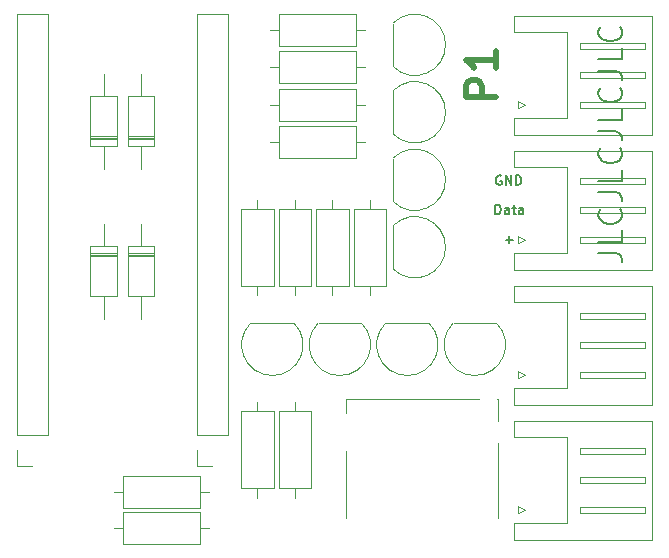
<source format=gbr>
%TF.GenerationSoftware,KiCad,Pcbnew,5.1.7*%
%TF.CreationDate,2020-10-23T00:09:38-07:00*%
%TF.ProjectId,n64_basic,6e36345f-6261-4736-9963-2e6b69636164,rev?*%
%TF.SameCoordinates,Original*%
%TF.FileFunction,Legend,Top*%
%TF.FilePolarity,Positive*%
%FSLAX46Y46*%
G04 Gerber Fmt 4.6, Leading zero omitted, Abs format (unit mm)*
G04 Created by KiCad (PCBNEW 5.1.7) date 2020-10-23 00:09:38*
%MOMM*%
%LPD*%
G01*
G04 APERTURE LIST*
%ADD10C,0.200000*%
%ADD11C,0.152400*%
%ADD12C,0.508000*%
%ADD13C,0.120000*%
G04 APERTURE END LIST*
D10*
X139366761Y-98901809D02*
X140795333Y-98901809D01*
X141081047Y-98997047D01*
X141271523Y-99187523D01*
X141366761Y-99473238D01*
X141366761Y-99663714D01*
X141366761Y-96997047D02*
X141366761Y-97949428D01*
X139366761Y-97949428D01*
X141176285Y-95187523D02*
X141271523Y-95282761D01*
X141366761Y-95568476D01*
X141366761Y-95758952D01*
X141271523Y-96044666D01*
X141081047Y-96235142D01*
X140890571Y-96330380D01*
X140509619Y-96425619D01*
X140223904Y-96425619D01*
X139842952Y-96330380D01*
X139652476Y-96235142D01*
X139462000Y-96044666D01*
X139366761Y-95758952D01*
X139366761Y-95568476D01*
X139462000Y-95282761D01*
X139557238Y-95187523D01*
X139366761Y-93758952D02*
X140795333Y-93758952D01*
X141081047Y-93854190D01*
X141271523Y-94044666D01*
X141366761Y-94330380D01*
X141366761Y-94520857D01*
X141366761Y-91854190D02*
X141366761Y-92806571D01*
X139366761Y-92806571D01*
X141176285Y-90044666D02*
X141271523Y-90139904D01*
X141366761Y-90425619D01*
X141366761Y-90616095D01*
X141271523Y-90901809D01*
X141081047Y-91092285D01*
X140890571Y-91187523D01*
X140509619Y-91282761D01*
X140223904Y-91282761D01*
X139842952Y-91187523D01*
X139652476Y-91092285D01*
X139462000Y-90901809D01*
X139366761Y-90616095D01*
X139366761Y-90425619D01*
X139462000Y-90139904D01*
X139557238Y-90044666D01*
X139366761Y-88616095D02*
X140795333Y-88616095D01*
X141081047Y-88711333D01*
X141271523Y-88901809D01*
X141366761Y-89187523D01*
X141366761Y-89378000D01*
X141366761Y-86711333D02*
X141366761Y-87663714D01*
X139366761Y-87663714D01*
X141176285Y-84901809D02*
X141271523Y-84997047D01*
X141366761Y-85282761D01*
X141366761Y-85473238D01*
X141271523Y-85758952D01*
X141081047Y-85949428D01*
X140890571Y-86044666D01*
X140509619Y-86139904D01*
X140223904Y-86139904D01*
X139842952Y-86044666D01*
X139652476Y-85949428D01*
X139462000Y-85758952D01*
X139366761Y-85473238D01*
X139366761Y-85282761D01*
X139462000Y-84997047D01*
X139557238Y-84901809D01*
X139366761Y-83473238D02*
X140795333Y-83473238D01*
X141081047Y-83568476D01*
X141271523Y-83758952D01*
X141366761Y-84044666D01*
X141366761Y-84235142D01*
X141366761Y-81568476D02*
X141366761Y-82520857D01*
X139366761Y-82520857D01*
X141176285Y-79758952D02*
X141271523Y-79854190D01*
X141366761Y-80139904D01*
X141366761Y-80330380D01*
X141271523Y-80616095D01*
X141081047Y-80806571D01*
X140890571Y-80901809D01*
X140509619Y-80997047D01*
X140223904Y-80997047D01*
X139842952Y-80901809D01*
X139652476Y-80806571D01*
X139462000Y-80616095D01*
X139366761Y-80330380D01*
X139366761Y-80139904D01*
X139462000Y-79854190D01*
X139557238Y-79758952D01*
D11*
X131516361Y-97784557D02*
X132135638Y-97784557D01*
X131826000Y-98094195D02*
X131826000Y-97474919D01*
X130645504Y-95617695D02*
X130645504Y-94804895D01*
X130839028Y-94804895D01*
X130955142Y-94843600D01*
X131032552Y-94921009D01*
X131071257Y-94998419D01*
X131109961Y-95153238D01*
X131109961Y-95269352D01*
X131071257Y-95424171D01*
X131032552Y-95501580D01*
X130955142Y-95578990D01*
X130839028Y-95617695D01*
X130645504Y-95617695D01*
X131806647Y-95617695D02*
X131806647Y-95191942D01*
X131767942Y-95114533D01*
X131690533Y-95075828D01*
X131535714Y-95075828D01*
X131458304Y-95114533D01*
X131806647Y-95578990D02*
X131729238Y-95617695D01*
X131535714Y-95617695D01*
X131458304Y-95578990D01*
X131419600Y-95501580D01*
X131419600Y-95424171D01*
X131458304Y-95346761D01*
X131535714Y-95308057D01*
X131729238Y-95308057D01*
X131806647Y-95269352D01*
X132077580Y-95075828D02*
X132387219Y-95075828D01*
X132193695Y-94804895D02*
X132193695Y-95501580D01*
X132232400Y-95578990D01*
X132309809Y-95617695D01*
X132387219Y-95617695D01*
X133006495Y-95617695D02*
X133006495Y-95191942D01*
X132967790Y-95114533D01*
X132890380Y-95075828D01*
X132735561Y-95075828D01*
X132658152Y-95114533D01*
X133006495Y-95578990D02*
X132929085Y-95617695D01*
X132735561Y-95617695D01*
X132658152Y-95578990D01*
X132619447Y-95501580D01*
X132619447Y-95424171D01*
X132658152Y-95346761D01*
X132735561Y-95308057D01*
X132929085Y-95308057D01*
X133006495Y-95269352D01*
X131143223Y-92367100D02*
X131065814Y-92328395D01*
X130949700Y-92328395D01*
X130833585Y-92367100D01*
X130756176Y-92444509D01*
X130717471Y-92521919D01*
X130678766Y-92676738D01*
X130678766Y-92792852D01*
X130717471Y-92947671D01*
X130756176Y-93025080D01*
X130833585Y-93102490D01*
X130949700Y-93141195D01*
X131027109Y-93141195D01*
X131143223Y-93102490D01*
X131181928Y-93063785D01*
X131181928Y-92792852D01*
X131027109Y-92792852D01*
X131530271Y-93141195D02*
X131530271Y-92328395D01*
X131994728Y-93141195D01*
X131994728Y-92328395D01*
X132381776Y-93141195D02*
X132381776Y-92328395D01*
X132575300Y-92328395D01*
X132691414Y-92367100D01*
X132768823Y-92444509D01*
X132807528Y-92521919D01*
X132846233Y-92676738D01*
X132846233Y-92792852D01*
X132807528Y-92947671D01*
X132768823Y-93025080D01*
X132691414Y-93102490D01*
X132575300Y-93141195D01*
X132381776Y-93141195D01*
D12*
X130689047Y-85694761D02*
X128149047Y-85694761D01*
X128149047Y-84727142D01*
X128270000Y-84485238D01*
X128390952Y-84364285D01*
X128632857Y-84243333D01*
X128995714Y-84243333D01*
X129237619Y-84364285D01*
X129358571Y-84485238D01*
X129479523Y-84727142D01*
X129479523Y-85694761D01*
X130689047Y-81824285D02*
X130689047Y-83275714D01*
X130689047Y-82550000D02*
X128149047Y-82550000D01*
X128511904Y-82791904D01*
X128753809Y-83033809D01*
X128874761Y-83275714D01*
D13*
%TO.C,D1*%
X96352500Y-89877000D02*
X98592500Y-89877000D01*
X98592500Y-89877000D02*
X98592500Y-85637000D01*
X98592500Y-85637000D02*
X96352500Y-85637000D01*
X96352500Y-85637000D02*
X96352500Y-89877000D01*
X97472500Y-91797000D02*
X97472500Y-89877000D01*
X97472500Y-83717000D02*
X97472500Y-85637000D01*
X96352500Y-89157000D02*
X98592500Y-89157000D01*
X96352500Y-89037000D02*
X98592500Y-89037000D01*
X96352500Y-89277000D02*
X98592500Y-89277000D01*
%TO.C,D2*%
X99527500Y-89877000D02*
X101767500Y-89877000D01*
X101767500Y-89877000D02*
X101767500Y-85637000D01*
X101767500Y-85637000D02*
X99527500Y-85637000D01*
X99527500Y-85637000D02*
X99527500Y-89877000D01*
X100647500Y-91797000D02*
X100647500Y-89877000D01*
X100647500Y-83717000D02*
X100647500Y-85637000D01*
X99527500Y-89157000D02*
X101767500Y-89157000D01*
X99527500Y-89037000D02*
X101767500Y-89037000D01*
X99527500Y-89277000D02*
X101767500Y-89277000D01*
%TO.C,D3*%
X101767500Y-98337000D02*
X99527500Y-98337000D01*
X99527500Y-98337000D02*
X99527500Y-102577000D01*
X99527500Y-102577000D02*
X101767500Y-102577000D01*
X101767500Y-102577000D02*
X101767500Y-98337000D01*
X100647500Y-96417000D02*
X100647500Y-98337000D01*
X100647500Y-104497000D02*
X100647500Y-102577000D01*
X101767500Y-99057000D02*
X99527500Y-99057000D01*
X101767500Y-99177000D02*
X99527500Y-99177000D01*
X101767500Y-98937000D02*
X99527500Y-98937000D01*
%TO.C,D4*%
X98592500Y-98337000D02*
X96352500Y-98337000D01*
X96352500Y-98337000D02*
X96352500Y-102577000D01*
X96352500Y-102577000D02*
X98592500Y-102577000D01*
X98592500Y-102577000D02*
X98592500Y-98337000D01*
X97472500Y-96417000D02*
X97472500Y-98337000D01*
X97472500Y-104497000D02*
X97472500Y-102577000D01*
X98592500Y-99057000D02*
X96352500Y-99057000D01*
X98592500Y-99177000D02*
X96352500Y-99177000D01*
X98592500Y-98937000D02*
X96352500Y-98937000D01*
%TO.C,R1*%
X112300000Y-88165000D02*
X112300000Y-90905000D01*
X112300000Y-90905000D02*
X118840000Y-90905000D01*
X118840000Y-90905000D02*
X118840000Y-88165000D01*
X118840000Y-88165000D02*
X112300000Y-88165000D01*
X111530000Y-89535000D02*
X112300000Y-89535000D01*
X119610000Y-89535000D02*
X118840000Y-89535000D01*
%TO.C,R2*%
X112300000Y-84990000D02*
X112300000Y-87730000D01*
X112300000Y-87730000D02*
X118840000Y-87730000D01*
X118840000Y-87730000D02*
X118840000Y-84990000D01*
X118840000Y-84990000D02*
X112300000Y-84990000D01*
X111530000Y-86360000D02*
X112300000Y-86360000D01*
X119610000Y-86360000D02*
X118840000Y-86360000D01*
%TO.C,R3*%
X112300000Y-81815000D02*
X112300000Y-84555000D01*
X112300000Y-84555000D02*
X118840000Y-84555000D01*
X118840000Y-84555000D02*
X118840000Y-81815000D01*
X118840000Y-81815000D02*
X112300000Y-81815000D01*
X111530000Y-83185000D02*
X112300000Y-83185000D01*
X119610000Y-83185000D02*
X118840000Y-83185000D01*
%TO.C,R4*%
X112300000Y-78640000D02*
X112300000Y-81380000D01*
X112300000Y-81380000D02*
X118840000Y-81380000D01*
X118840000Y-81380000D02*
X118840000Y-78640000D01*
X118840000Y-78640000D02*
X112300000Y-78640000D01*
X111530000Y-80010000D02*
X112300000Y-80010000D01*
X119610000Y-80010000D02*
X118840000Y-80010000D01*
%TO.C,R9*%
X106402000Y-119126000D02*
X105632000Y-119126000D01*
X98322000Y-119126000D02*
X99092000Y-119126000D01*
X105632000Y-117756000D02*
X99092000Y-117756000D01*
X105632000Y-120496000D02*
X105632000Y-117756000D01*
X99092000Y-120496000D02*
X105632000Y-120496000D01*
X99092000Y-117756000D02*
X99092000Y-120496000D01*
%TO.C,R5*%
X111860000Y-95155000D02*
X109120000Y-95155000D01*
X109120000Y-95155000D02*
X109120000Y-101695000D01*
X109120000Y-101695000D02*
X111860000Y-101695000D01*
X111860000Y-101695000D02*
X111860000Y-95155000D01*
X110490000Y-94385000D02*
X110490000Y-95155000D01*
X110490000Y-102465000D02*
X110490000Y-101695000D01*
%TO.C,R10*%
X106402000Y-122174000D02*
X105632000Y-122174000D01*
X98322000Y-122174000D02*
X99092000Y-122174000D01*
X105632000Y-120804000D02*
X99092000Y-120804000D01*
X105632000Y-123544000D02*
X105632000Y-120804000D01*
X99092000Y-123544000D02*
X105632000Y-123544000D01*
X99092000Y-120804000D02*
X99092000Y-123544000D01*
%TO.C,R6*%
X115035000Y-95155000D02*
X112295000Y-95155000D01*
X112295000Y-95155000D02*
X112295000Y-101695000D01*
X112295000Y-101695000D02*
X115035000Y-101695000D01*
X115035000Y-101695000D02*
X115035000Y-95155000D01*
X113665000Y-94385000D02*
X113665000Y-95155000D01*
X113665000Y-102465000D02*
X113665000Y-101695000D01*
%TO.C,R11*%
X115035000Y-112300000D02*
X112295000Y-112300000D01*
X112295000Y-112300000D02*
X112295000Y-118840000D01*
X112295000Y-118840000D02*
X115035000Y-118840000D01*
X115035000Y-118840000D02*
X115035000Y-112300000D01*
X113665000Y-111530000D02*
X113665000Y-112300000D01*
X113665000Y-119610000D02*
X113665000Y-118840000D01*
%TO.C,R7*%
X118210000Y-95155000D02*
X115470000Y-95155000D01*
X115470000Y-95155000D02*
X115470000Y-101695000D01*
X115470000Y-101695000D02*
X118210000Y-101695000D01*
X118210000Y-101695000D02*
X118210000Y-95155000D01*
X116840000Y-94385000D02*
X116840000Y-95155000D01*
X116840000Y-102465000D02*
X116840000Y-101695000D01*
%TO.C,R12*%
X111860000Y-112300000D02*
X109120000Y-112300000D01*
X109120000Y-112300000D02*
X109120000Y-118840000D01*
X109120000Y-118840000D02*
X111860000Y-118840000D01*
X111860000Y-118840000D02*
X111860000Y-112300000D01*
X110490000Y-111530000D02*
X110490000Y-112300000D01*
X110490000Y-119610000D02*
X110490000Y-118840000D01*
%TO.C,R8*%
X121385000Y-95155000D02*
X118645000Y-95155000D01*
X118645000Y-95155000D02*
X118645000Y-101695000D01*
X118645000Y-101695000D02*
X121385000Y-101695000D01*
X121385000Y-101695000D02*
X121385000Y-95155000D01*
X120015000Y-94385000D02*
X120015000Y-95155000D01*
X120015000Y-102465000D02*
X120015000Y-101695000D01*
%TO.C,J4*%
X143930000Y-83860000D02*
X143930000Y-88920000D01*
X143930000Y-88920000D02*
X132210000Y-88920000D01*
X132210000Y-88920000D02*
X132210000Y-87500000D01*
X132210000Y-87500000D02*
X136710000Y-87500000D01*
X136710000Y-87500000D02*
X136710000Y-83860000D01*
X143930000Y-83860000D02*
X143930000Y-78800000D01*
X143930000Y-78800000D02*
X132210000Y-78800000D01*
X132210000Y-78800000D02*
X132210000Y-80220000D01*
X132210000Y-80220000D02*
X136710000Y-80220000D01*
X136710000Y-80220000D02*
X136710000Y-83860000D01*
X137820000Y-86610000D02*
X143320000Y-86610000D01*
X143320000Y-86610000D02*
X143320000Y-86110000D01*
X143320000Y-86110000D02*
X137820000Y-86110000D01*
X137820000Y-86110000D02*
X137820000Y-86610000D01*
X137820000Y-84110000D02*
X143320000Y-84110000D01*
X143320000Y-84110000D02*
X143320000Y-83610000D01*
X143320000Y-83610000D02*
X137820000Y-83610000D01*
X137820000Y-83610000D02*
X137820000Y-84110000D01*
X137820000Y-81610000D02*
X143320000Y-81610000D01*
X143320000Y-81610000D02*
X143320000Y-81110000D01*
X143320000Y-81110000D02*
X137820000Y-81110000D01*
X137820000Y-81110000D02*
X137820000Y-81610000D01*
X133120000Y-86360000D02*
X132520000Y-86660000D01*
X132520000Y-86660000D02*
X132520000Y-86060000D01*
X132520000Y-86060000D02*
X133120000Y-86360000D01*
%TO.C,J2*%
X143930000Y-106720000D02*
X143930000Y-111780000D01*
X143930000Y-111780000D02*
X132210000Y-111780000D01*
X132210000Y-111780000D02*
X132210000Y-110360000D01*
X132210000Y-110360000D02*
X136710000Y-110360000D01*
X136710000Y-110360000D02*
X136710000Y-106720000D01*
X143930000Y-106720000D02*
X143930000Y-101660000D01*
X143930000Y-101660000D02*
X132210000Y-101660000D01*
X132210000Y-101660000D02*
X132210000Y-103080000D01*
X132210000Y-103080000D02*
X136710000Y-103080000D01*
X136710000Y-103080000D02*
X136710000Y-106720000D01*
X137820000Y-109470000D02*
X143320000Y-109470000D01*
X143320000Y-109470000D02*
X143320000Y-108970000D01*
X143320000Y-108970000D02*
X137820000Y-108970000D01*
X137820000Y-108970000D02*
X137820000Y-109470000D01*
X137820000Y-106970000D02*
X143320000Y-106970000D01*
X143320000Y-106970000D02*
X143320000Y-106470000D01*
X143320000Y-106470000D02*
X137820000Y-106470000D01*
X137820000Y-106470000D02*
X137820000Y-106970000D01*
X137820000Y-104470000D02*
X143320000Y-104470000D01*
X143320000Y-104470000D02*
X143320000Y-103970000D01*
X143320000Y-103970000D02*
X137820000Y-103970000D01*
X137820000Y-103970000D02*
X137820000Y-104470000D01*
X133120000Y-109220000D02*
X132520000Y-109520000D01*
X132520000Y-109520000D02*
X132520000Y-108920000D01*
X132520000Y-108920000D02*
X133120000Y-109220000D01*
%TO.C,J1*%
X143930000Y-118150000D02*
X143930000Y-123210000D01*
X143930000Y-123210000D02*
X132210000Y-123210000D01*
X132210000Y-123210000D02*
X132210000Y-121790000D01*
X132210000Y-121790000D02*
X136710000Y-121790000D01*
X136710000Y-121790000D02*
X136710000Y-118150000D01*
X143930000Y-118150000D02*
X143930000Y-113090000D01*
X143930000Y-113090000D02*
X132210000Y-113090000D01*
X132210000Y-113090000D02*
X132210000Y-114510000D01*
X132210000Y-114510000D02*
X136710000Y-114510000D01*
X136710000Y-114510000D02*
X136710000Y-118150000D01*
X137820000Y-120900000D02*
X143320000Y-120900000D01*
X143320000Y-120900000D02*
X143320000Y-120400000D01*
X143320000Y-120400000D02*
X137820000Y-120400000D01*
X137820000Y-120400000D02*
X137820000Y-120900000D01*
X137820000Y-118400000D02*
X143320000Y-118400000D01*
X143320000Y-118400000D02*
X143320000Y-117900000D01*
X143320000Y-117900000D02*
X137820000Y-117900000D01*
X137820000Y-117900000D02*
X137820000Y-118400000D01*
X137820000Y-115900000D02*
X143320000Y-115900000D01*
X143320000Y-115900000D02*
X143320000Y-115400000D01*
X143320000Y-115400000D02*
X137820000Y-115400000D01*
X137820000Y-115400000D02*
X137820000Y-115900000D01*
X133120000Y-120650000D02*
X132520000Y-120950000D01*
X132520000Y-120950000D02*
X132520000Y-120350000D01*
X132520000Y-120350000D02*
X133120000Y-120650000D01*
%TO.C,J3*%
X143930000Y-95290000D02*
X143930000Y-100350000D01*
X143930000Y-100350000D02*
X132210000Y-100350000D01*
X132210000Y-100350000D02*
X132210000Y-98930000D01*
X132210000Y-98930000D02*
X136710000Y-98930000D01*
X136710000Y-98930000D02*
X136710000Y-95290000D01*
X143930000Y-95290000D02*
X143930000Y-90230000D01*
X143930000Y-90230000D02*
X132210000Y-90230000D01*
X132210000Y-90230000D02*
X132210000Y-91650000D01*
X132210000Y-91650000D02*
X136710000Y-91650000D01*
X136710000Y-91650000D02*
X136710000Y-95290000D01*
X137820000Y-98040000D02*
X143320000Y-98040000D01*
X143320000Y-98040000D02*
X143320000Y-97540000D01*
X143320000Y-97540000D02*
X137820000Y-97540000D01*
X137820000Y-97540000D02*
X137820000Y-98040000D01*
X137820000Y-95540000D02*
X143320000Y-95540000D01*
X143320000Y-95540000D02*
X143320000Y-95040000D01*
X143320000Y-95040000D02*
X137820000Y-95040000D01*
X137820000Y-95040000D02*
X137820000Y-95540000D01*
X137820000Y-93040000D02*
X143320000Y-93040000D01*
X143320000Y-93040000D02*
X143320000Y-92540000D01*
X143320000Y-92540000D02*
X137820000Y-92540000D01*
X137820000Y-92540000D02*
X137820000Y-93040000D01*
X133120000Y-97790000D02*
X132520000Y-98090000D01*
X132520000Y-98090000D02*
X132520000Y-97490000D01*
X132520000Y-97490000D02*
X133120000Y-97790000D01*
%TO.C,Q8*%
X127066522Y-104841522D02*
G75*
G03*
X128905000Y-109280000I1838478J-1838478D01*
G01*
X130743478Y-104841522D02*
G75*
G02*
X128905000Y-109280000I-1838478J-1838478D01*
G01*
X130705000Y-104830000D02*
X127105000Y-104830000D01*
%TO.C,Q7*%
X121351522Y-104841522D02*
G75*
G03*
X123190000Y-109280000I1838478J-1838478D01*
G01*
X125028478Y-104841522D02*
G75*
G02*
X123190000Y-109280000I-1838478J-1838478D01*
G01*
X124990000Y-104830000D02*
X121390000Y-104830000D01*
%TO.C,Q6*%
X115636522Y-104841522D02*
G75*
G03*
X117475000Y-109280000I1838478J-1838478D01*
G01*
X119313478Y-104841522D02*
G75*
G02*
X117475000Y-109280000I-1838478J-1838478D01*
G01*
X119275000Y-104830000D02*
X115675000Y-104830000D01*
%TO.C,Q5*%
X109921522Y-104841522D02*
G75*
G03*
X111760000Y-109280000I1838478J-1838478D01*
G01*
X113598478Y-104841522D02*
G75*
G02*
X111760000Y-109280000I-1838478J-1838478D01*
G01*
X113560000Y-104830000D02*
X109960000Y-104830000D01*
%TO.C,Q4*%
X121986522Y-83118478D02*
G75*
G03*
X126425000Y-81280000I1838478J1838478D01*
G01*
X121986522Y-79441522D02*
G75*
G02*
X126425000Y-81280000I1838478J-1838478D01*
G01*
X121975000Y-79480000D02*
X121975000Y-83080000D01*
%TO.C,Q3*%
X121986522Y-88833478D02*
G75*
G03*
X126425000Y-86995000I1838478J1838478D01*
G01*
X121986522Y-85156522D02*
G75*
G02*
X126425000Y-86995000I1838478J-1838478D01*
G01*
X121975000Y-85195000D02*
X121975000Y-88795000D01*
%TO.C,Q2*%
X121986522Y-94548478D02*
G75*
G03*
X126425000Y-92710000I1838478J1838478D01*
G01*
X121986522Y-90871522D02*
G75*
G02*
X126425000Y-92710000I1838478J-1838478D01*
G01*
X121975000Y-90910000D02*
X121975000Y-94510000D01*
%TO.C,Q1*%
X121986522Y-100263478D02*
G75*
G03*
X126425000Y-98425000I1838478J1838478D01*
G01*
X121986522Y-96586522D02*
G75*
G02*
X126425000Y-98425000I1838478J-1838478D01*
G01*
X121975000Y-96625000D02*
X121975000Y-100225000D01*
%TO.C,J12*%
X130895000Y-115003000D02*
X130895000Y-121303000D01*
X118025000Y-115703000D02*
X118025000Y-121303000D01*
X130895000Y-111293000D02*
X130895000Y-113103000D01*
X118025000Y-111293000D02*
X129285000Y-111293000D01*
X118025000Y-112453000D02*
X118025000Y-111293000D01*
X130785000Y-111293000D02*
X130895000Y-111293000D01*
%TO.C,J5*%
X108010000Y-114300000D02*
X105350000Y-114300000D01*
X108010000Y-114300000D02*
X108010000Y-78680000D01*
X108010000Y-78680000D02*
X105350000Y-78680000D01*
X105350000Y-114300000D02*
X105350000Y-78680000D01*
X105350000Y-116900000D02*
X105350000Y-115570000D01*
X106680000Y-116900000D02*
X105350000Y-116900000D01*
%TO.C,J6*%
X92770000Y-114300000D02*
X90110000Y-114300000D01*
X92770000Y-114300000D02*
X92770000Y-78680000D01*
X92770000Y-78680000D02*
X90110000Y-78680000D01*
X90110000Y-114300000D02*
X90110000Y-78680000D01*
X90110000Y-116900000D02*
X90110000Y-115570000D01*
X91440000Y-116900000D02*
X90110000Y-116900000D01*
%TD*%
M02*

</source>
